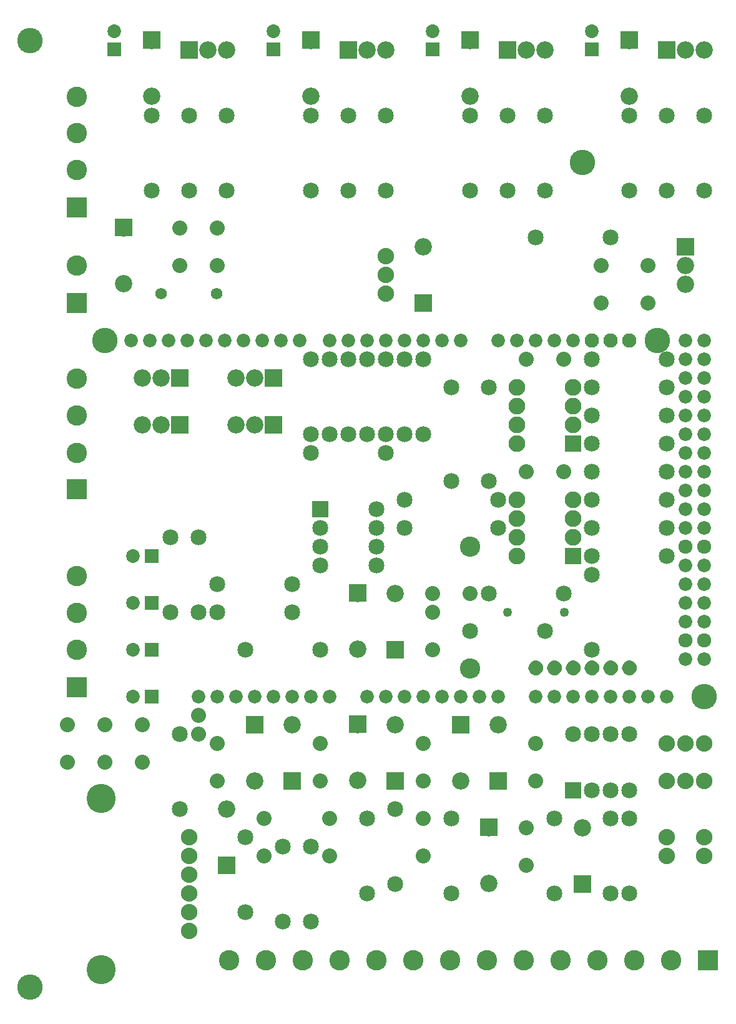
<source format=gbs>
G04 MADE WITH FRITZING*
G04 WWW.FRITZING.ORG*
G04 DOUBLE SIDED*
G04 HOLES PLATED*
G04 CONTOUR ON CENTER OF CONTOUR VECTOR*
%ASAXBY*%
%FSLAX23Y23*%
%MOIN*%
%OFA0B0*%
%SFA1.0B1.0*%
%ADD10C,0.135984*%
%ADD11C,0.092000*%
%ADD12C,0.080000*%
%ADD13C,0.085000*%
%ADD14C,0.072500*%
%ADD15C,0.075555*%
%ADD16C,0.076694*%
%ADD17C,0.155669*%
%ADD18C,0.088000*%
%ADD19C,0.061496*%
%ADD20C,0.089370*%
%ADD21C,0.072992*%
%ADD22C,0.109055*%
%ADD23C,0.108425*%
%ADD24C,0.049370*%
%ADD25R,0.092000X0.092000*%
%ADD26R,0.085000X0.085000*%
%ADD27R,0.089370X0.089370*%
%ADD28R,0.072992X0.072992*%
%ADD29R,0.109055X0.109055*%
%ADD30R,0.001000X0.001000*%
%LNMASK0*%
G90*
G70*
G54D10*
X3792Y1741D03*
X3542Y3641D03*
X592Y3641D03*
G54D11*
X992Y3441D03*
X892Y3441D03*
X792Y3441D03*
X1492Y3441D03*
X1392Y3441D03*
X1292Y3441D03*
X1492Y3191D03*
X1392Y3191D03*
X1292Y3191D03*
X992Y3191D03*
X892Y3191D03*
X792Y3191D03*
G54D12*
X1092Y1641D03*
X1092Y1541D03*
G54D13*
X1342Y591D03*
X1342Y991D03*
G54D14*
X2992Y1741D03*
X1392Y1741D03*
X3092Y1741D03*
X3192Y1741D03*
X3292Y1741D03*
X3392Y1741D03*
X3692Y3141D03*
X3492Y1741D03*
X3592Y1741D03*
X1432Y3641D03*
X1992Y1741D03*
X2092Y1741D03*
X2192Y1741D03*
X2292Y1741D03*
X3692Y2341D03*
X2392Y1741D03*
X2492Y1741D03*
X2592Y1741D03*
X2692Y1741D03*
X2192Y3641D03*
X3692Y3541D03*
X3692Y2741D03*
X3692Y1941D03*
X1032Y3641D03*
X1792Y1741D03*
X1792Y3641D03*
X3692Y3341D03*
X3692Y2941D03*
G54D15*
X3692Y2541D03*
G54D16*
X3392Y3641D03*
G54D14*
X3692Y2141D03*
G54D16*
X3292Y3641D03*
X3192Y3641D03*
G54D14*
X3092Y3641D03*
X2992Y3641D03*
X2892Y3641D03*
X2792Y3641D03*
X2692Y3641D03*
X832Y3641D03*
X1232Y3641D03*
X1632Y3641D03*
X1192Y1741D03*
X1592Y1741D03*
X2392Y3641D03*
X1992Y3641D03*
X3692Y3641D03*
X3692Y3441D03*
X3692Y3241D03*
X3692Y3041D03*
X3692Y2841D03*
X3692Y2641D03*
X3692Y2441D03*
X3692Y2241D03*
G54D15*
X3692Y2041D03*
G54D14*
X732Y3641D03*
X932Y3641D03*
X1132Y3641D03*
X1332Y3641D03*
X1532Y3641D03*
X1092Y1741D03*
X1292Y1741D03*
X1492Y1741D03*
X1692Y1741D03*
X2492Y3641D03*
X2292Y3641D03*
X2092Y3641D03*
X1892Y3641D03*
X3792Y3641D03*
X3792Y3541D03*
X3792Y3441D03*
X3792Y3341D03*
X3792Y3241D03*
X3792Y3141D03*
X3792Y3041D03*
X3792Y2941D03*
X3792Y2841D03*
X3792Y2741D03*
X3792Y2641D03*
G54D15*
X3792Y2541D03*
G54D14*
X3792Y2441D03*
X3792Y2341D03*
X3792Y2241D03*
X3792Y2141D03*
G54D15*
X3792Y2041D03*
G54D14*
X3792Y1941D03*
X2892Y1741D03*
G54D11*
X2292Y3841D03*
X2292Y4139D03*
G54D13*
X992Y1141D03*
X992Y1541D03*
G54D17*
X572Y284D03*
X570Y1195D03*
G54D10*
X192Y191D03*
X192Y5241D03*
X3142Y4591D03*
G54D18*
X1042Y991D03*
X1042Y891D03*
X1042Y791D03*
X1042Y691D03*
X1042Y591D03*
X1042Y491D03*
G54D13*
X3092Y1241D03*
X3092Y1541D03*
X3192Y1241D03*
X3192Y1541D03*
X3292Y1241D03*
X3292Y1541D03*
X3392Y1241D03*
X3392Y1541D03*
G54D18*
X3592Y1291D03*
X3692Y1291D03*
X3792Y1291D03*
X3792Y1491D03*
X3692Y1491D03*
X3592Y1491D03*
X2092Y3891D03*
X2092Y3991D03*
X2092Y4091D03*
G54D13*
X3292Y1091D03*
X3292Y691D03*
X3392Y1091D03*
X3392Y691D03*
G54D18*
X3592Y991D03*
X3592Y891D03*
X3792Y991D03*
X3792Y891D03*
G54D13*
X3592Y2491D03*
X3192Y2491D03*
X2292Y3541D03*
X2292Y3141D03*
X1792Y3541D03*
X1792Y3141D03*
X3592Y3091D03*
X3192Y3091D03*
X3592Y2941D03*
X3192Y2941D03*
X2092Y3541D03*
X2092Y3141D03*
X2092Y3041D03*
X1692Y3041D03*
X3592Y3541D03*
X3192Y3541D03*
G54D11*
X3692Y4141D03*
X3692Y4041D03*
X3692Y3941D03*
G54D12*
X1192Y4041D03*
X1192Y4241D03*
X3492Y4041D03*
X3492Y3841D03*
X992Y4041D03*
X992Y4241D03*
X3242Y4041D03*
X3242Y3841D03*
G54D11*
X692Y4241D03*
X692Y3943D03*
G54D19*
X892Y3891D03*
X1187Y3891D03*
G54D20*
X3092Y2491D03*
X2792Y2491D03*
X3092Y2591D03*
X2792Y2591D03*
X3092Y2691D03*
X2792Y2691D03*
X3092Y2791D03*
X2792Y2791D03*
X3092Y3091D03*
X2792Y3091D03*
X3092Y3191D03*
X2792Y3191D03*
X3092Y3291D03*
X2792Y3291D03*
X3092Y3391D03*
X2792Y3391D03*
G54D13*
X3592Y2641D03*
X3192Y2641D03*
X2192Y3541D03*
X2192Y3141D03*
X1892Y3541D03*
X1892Y3141D03*
X3592Y3241D03*
X3192Y3241D03*
X3592Y2791D03*
X3192Y2791D03*
X1992Y3541D03*
X1992Y3141D03*
X1692Y3541D03*
X1692Y3141D03*
X3592Y3391D03*
X3192Y3391D03*
G54D12*
X3042Y2941D03*
X2842Y2941D03*
X3042Y3541D03*
X2842Y3541D03*
G54D13*
X2192Y2641D03*
X2692Y2641D03*
X2642Y2891D03*
X2642Y3391D03*
X2692Y2791D03*
X2192Y2791D03*
X2442Y3391D03*
X2442Y2891D03*
X1192Y2191D03*
X1592Y2191D03*
X1092Y2191D03*
X1092Y2591D03*
X1342Y1991D03*
X1742Y1991D03*
X942Y2191D03*
X942Y2591D03*
G54D21*
X841Y1991D03*
X742Y1991D03*
X841Y2491D03*
X742Y2491D03*
X841Y1741D03*
X742Y1741D03*
X841Y2241D03*
X742Y2241D03*
G54D13*
X2642Y2291D03*
X3042Y2291D03*
X2142Y1141D03*
X2142Y741D03*
X1692Y941D03*
X1692Y541D03*
G54D12*
X1742Y1291D03*
X1742Y1491D03*
X1792Y1091D03*
X1792Y891D03*
X1192Y1291D03*
X1192Y1491D03*
X1442Y1091D03*
X1442Y891D03*
G54D13*
X1992Y691D03*
X1992Y1091D03*
X1542Y541D03*
X1542Y941D03*
G54D11*
X2142Y1291D03*
X2142Y1589D03*
X1392Y1589D03*
X1392Y1291D03*
X1592Y1291D03*
X1592Y1589D03*
X1242Y841D03*
X1242Y1139D03*
X2142Y1991D03*
X2142Y2289D03*
X1942Y1591D03*
X1942Y1293D03*
G54D22*
X442Y2845D03*
X442Y3041D03*
X442Y3238D03*
X442Y3435D03*
X3812Y332D03*
X3615Y332D03*
X3418Y332D03*
X3221Y332D03*
X3024Y332D03*
X2827Y332D03*
X2631Y332D03*
X2434Y332D03*
X2237Y332D03*
X2040Y332D03*
X1843Y332D03*
X1646Y332D03*
X1449Y332D03*
X1253Y332D03*
G54D12*
X2892Y1291D03*
X2892Y1491D03*
X792Y1591D03*
X792Y1391D03*
X2292Y1291D03*
X2292Y1491D03*
X392Y1591D03*
X392Y1391D03*
X592Y1591D03*
X592Y1391D03*
X2842Y1041D03*
X2842Y841D03*
X2292Y1091D03*
X2292Y891D03*
G54D13*
X2992Y691D03*
X2992Y1091D03*
X2442Y691D03*
X2442Y1091D03*
G54D11*
X3142Y741D03*
X3142Y1039D03*
X2692Y1291D03*
X2692Y1589D03*
X2642Y1041D03*
X2642Y743D03*
X2492Y1589D03*
X2492Y1291D03*
G54D13*
X3292Y4191D03*
X2892Y4191D03*
G54D12*
X2342Y2291D03*
X2542Y2291D03*
X2342Y2191D03*
X2342Y1991D03*
G54D13*
X2542Y2091D03*
X2942Y2091D03*
G54D11*
X1942Y2291D03*
X1942Y1993D03*
G54D13*
X842Y4441D03*
X842Y4841D03*
X2542Y4441D03*
X2542Y4841D03*
X1692Y4441D03*
X1692Y4841D03*
X3392Y4441D03*
X3392Y4841D03*
G54D21*
X642Y5193D03*
X642Y5291D03*
X2342Y5193D03*
X2342Y5291D03*
X1492Y5193D03*
X1492Y5291D03*
X3192Y5193D03*
X3192Y5291D03*
G54D11*
X842Y5241D03*
X842Y4943D03*
X2542Y5241D03*
X2542Y4943D03*
X1692Y5241D03*
X1692Y4943D03*
X3392Y5241D03*
X3392Y4943D03*
X1042Y5191D03*
X1142Y5191D03*
X1242Y5191D03*
X2742Y5191D03*
X2842Y5191D03*
X2942Y5191D03*
X1892Y5191D03*
X1992Y5191D03*
X2092Y5191D03*
X3592Y5191D03*
X3692Y5191D03*
X3792Y5191D03*
G54D13*
X1042Y4441D03*
X1042Y4841D03*
X2742Y4441D03*
X2742Y4841D03*
X1892Y4441D03*
X1892Y4841D03*
X3592Y4441D03*
X3592Y4841D03*
X1242Y4441D03*
X1242Y4841D03*
X2942Y4441D03*
X2942Y4841D03*
X2092Y4441D03*
X2092Y4841D03*
X3792Y4441D03*
X3792Y4841D03*
G54D22*
X442Y3841D03*
X442Y4038D03*
X442Y1791D03*
X442Y1988D03*
X442Y2185D03*
X442Y2382D03*
X442Y4351D03*
X442Y4548D03*
X442Y4745D03*
X442Y4941D03*
G54D23*
X2542Y2541D03*
X2542Y1891D03*
G54D13*
X1742Y2741D03*
X2042Y2741D03*
X1742Y2641D03*
X2042Y2641D03*
X1742Y2541D03*
X2042Y2541D03*
X1742Y2441D03*
X2042Y2441D03*
G54D24*
X3044Y2190D03*
X2742Y2191D03*
G54D13*
X3192Y1991D03*
X3192Y2391D03*
X1592Y2341D03*
X1192Y2341D03*
G54D25*
X992Y3441D03*
X1492Y3441D03*
X1492Y3191D03*
X992Y3191D03*
X2292Y3840D03*
G54D26*
X3092Y1241D03*
G54D25*
X3692Y4141D03*
X692Y4242D03*
G54D27*
X3092Y2491D03*
X3092Y3091D03*
G54D28*
X841Y1991D03*
X841Y2491D03*
X841Y1741D03*
X841Y2241D03*
G54D25*
X2142Y1290D03*
X1392Y1590D03*
X1592Y1290D03*
X1242Y840D03*
X2142Y1990D03*
X1942Y1592D03*
G54D29*
X442Y2845D03*
X3812Y332D03*
G54D25*
X3142Y740D03*
X2692Y1290D03*
X2642Y1042D03*
X2492Y1590D03*
X1942Y2292D03*
G54D28*
X642Y5193D03*
X2342Y5193D03*
X1492Y5193D03*
X3192Y5193D03*
G54D25*
X842Y5242D03*
X2542Y5242D03*
X1692Y5242D03*
X3392Y5242D03*
X1042Y5191D03*
X2742Y5191D03*
X1892Y5191D03*
X3592Y5191D03*
G54D29*
X442Y3841D03*
X442Y1791D03*
X442Y4351D03*
G54D26*
X1742Y2741D03*
G54D30*
X2886Y1932D02*
X2897Y1932D01*
X2986Y1932D02*
X2997Y1932D01*
X3086Y1932D02*
X3097Y1932D01*
X3186Y1932D02*
X3197Y1932D01*
X3286Y1932D02*
X3297Y1932D01*
X3386Y1932D02*
X3397Y1932D01*
X2882Y1931D02*
X2901Y1931D01*
X2982Y1931D02*
X3001Y1931D01*
X3082Y1931D02*
X3101Y1931D01*
X3182Y1931D02*
X3201Y1931D01*
X3282Y1931D02*
X3301Y1931D01*
X3382Y1931D02*
X3401Y1931D01*
X2879Y1930D02*
X2904Y1930D01*
X2979Y1930D02*
X3004Y1930D01*
X3079Y1930D02*
X3104Y1930D01*
X3179Y1930D02*
X3204Y1930D01*
X3279Y1930D02*
X3304Y1930D01*
X3379Y1930D02*
X3404Y1930D01*
X2877Y1929D02*
X2906Y1929D01*
X2977Y1929D02*
X3006Y1929D01*
X3077Y1929D02*
X3106Y1929D01*
X3177Y1929D02*
X3206Y1929D01*
X3277Y1929D02*
X3306Y1929D01*
X3377Y1929D02*
X3406Y1929D01*
X2875Y1928D02*
X2908Y1928D01*
X2975Y1928D02*
X3008Y1928D01*
X3075Y1928D02*
X3108Y1928D01*
X3175Y1928D02*
X3208Y1928D01*
X3275Y1928D02*
X3308Y1928D01*
X3375Y1928D02*
X3408Y1928D01*
X2873Y1927D02*
X2910Y1927D01*
X2973Y1927D02*
X3010Y1927D01*
X3073Y1927D02*
X3110Y1927D01*
X3173Y1927D02*
X3210Y1927D01*
X3273Y1927D02*
X3310Y1927D01*
X3373Y1927D02*
X3410Y1927D01*
X2872Y1926D02*
X2912Y1926D01*
X2972Y1926D02*
X3012Y1926D01*
X3072Y1926D02*
X3112Y1926D01*
X3172Y1926D02*
X3212Y1926D01*
X3272Y1926D02*
X3312Y1926D01*
X3372Y1926D02*
X3412Y1926D01*
X2870Y1925D02*
X2913Y1925D01*
X2970Y1925D02*
X3013Y1925D01*
X3070Y1925D02*
X3113Y1925D01*
X3170Y1925D02*
X3213Y1925D01*
X3270Y1925D02*
X3313Y1925D01*
X3370Y1925D02*
X3413Y1925D01*
X2869Y1924D02*
X2914Y1924D01*
X2969Y1924D02*
X3014Y1924D01*
X3069Y1924D02*
X3114Y1924D01*
X3169Y1924D02*
X3214Y1924D01*
X3269Y1924D02*
X3314Y1924D01*
X3369Y1924D02*
X3414Y1924D01*
X2868Y1923D02*
X2916Y1923D01*
X2968Y1923D02*
X3016Y1923D01*
X3068Y1923D02*
X3116Y1923D01*
X3168Y1923D02*
X3216Y1923D01*
X3268Y1923D02*
X3316Y1923D01*
X3368Y1923D02*
X3416Y1923D01*
X2867Y1922D02*
X2917Y1922D01*
X2967Y1922D02*
X3017Y1922D01*
X3067Y1922D02*
X3117Y1922D01*
X3167Y1922D02*
X3217Y1922D01*
X3267Y1922D02*
X3317Y1922D01*
X3367Y1922D02*
X3417Y1922D01*
X2865Y1921D02*
X2918Y1921D01*
X2965Y1921D02*
X3018Y1921D01*
X3065Y1921D02*
X3118Y1921D01*
X3165Y1921D02*
X3218Y1921D01*
X3265Y1921D02*
X3318Y1921D01*
X3365Y1921D02*
X3418Y1921D01*
X2864Y1920D02*
X2919Y1920D01*
X2964Y1920D02*
X3019Y1920D01*
X3064Y1920D02*
X3119Y1920D01*
X3164Y1920D02*
X3219Y1920D01*
X3264Y1920D02*
X3319Y1920D01*
X3364Y1920D02*
X3419Y1920D01*
X2863Y1919D02*
X2920Y1919D01*
X2963Y1919D02*
X3020Y1919D01*
X3063Y1919D02*
X3120Y1919D01*
X3163Y1919D02*
X3220Y1919D01*
X3263Y1919D02*
X3320Y1919D01*
X3363Y1919D02*
X3420Y1919D01*
X2863Y1918D02*
X2921Y1918D01*
X2963Y1918D02*
X3021Y1918D01*
X3063Y1918D02*
X3121Y1918D01*
X3163Y1918D02*
X3221Y1918D01*
X3263Y1918D02*
X3321Y1918D01*
X3363Y1918D02*
X3421Y1918D01*
X2862Y1917D02*
X2922Y1917D01*
X2962Y1917D02*
X3022Y1917D01*
X3062Y1917D02*
X3122Y1917D01*
X3162Y1917D02*
X3222Y1917D01*
X3262Y1917D02*
X3322Y1917D01*
X3362Y1917D02*
X3422Y1917D01*
X2861Y1916D02*
X2922Y1916D01*
X2961Y1916D02*
X3022Y1916D01*
X3061Y1916D02*
X3122Y1916D01*
X3161Y1916D02*
X3222Y1916D01*
X3261Y1916D02*
X3322Y1916D01*
X3361Y1916D02*
X3422Y1916D01*
X2860Y1915D02*
X2923Y1915D01*
X2960Y1915D02*
X3023Y1915D01*
X3060Y1915D02*
X3123Y1915D01*
X3160Y1915D02*
X3223Y1915D01*
X3260Y1915D02*
X3323Y1915D01*
X3360Y1915D02*
X3423Y1915D01*
X2859Y1914D02*
X2924Y1914D01*
X2959Y1914D02*
X3024Y1914D01*
X3059Y1914D02*
X3124Y1914D01*
X3159Y1914D02*
X3224Y1914D01*
X3259Y1914D02*
X3324Y1914D01*
X3359Y1914D02*
X3424Y1914D01*
X2859Y1913D02*
X2924Y1913D01*
X2959Y1913D02*
X3024Y1913D01*
X3059Y1913D02*
X3124Y1913D01*
X3159Y1913D02*
X3224Y1913D01*
X3259Y1913D02*
X3324Y1913D01*
X3359Y1913D02*
X3424Y1913D01*
X2858Y1912D02*
X2925Y1912D01*
X2958Y1912D02*
X3025Y1912D01*
X3058Y1912D02*
X3125Y1912D01*
X3158Y1912D02*
X3225Y1912D01*
X3258Y1912D02*
X3325Y1912D01*
X3358Y1912D02*
X3425Y1912D01*
X2857Y1911D02*
X2926Y1911D01*
X2957Y1911D02*
X3026Y1911D01*
X3057Y1911D02*
X3126Y1911D01*
X3157Y1911D02*
X3226Y1911D01*
X3257Y1911D02*
X3326Y1911D01*
X3357Y1911D02*
X3426Y1911D01*
X2857Y1910D02*
X2926Y1910D01*
X2957Y1910D02*
X3026Y1910D01*
X3057Y1910D02*
X3126Y1910D01*
X3157Y1910D02*
X3226Y1910D01*
X3257Y1910D02*
X3326Y1910D01*
X3357Y1910D02*
X3426Y1910D01*
X2856Y1909D02*
X2927Y1909D01*
X2956Y1909D02*
X3027Y1909D01*
X3056Y1909D02*
X3127Y1909D01*
X3156Y1909D02*
X3227Y1909D01*
X3256Y1909D02*
X3327Y1909D01*
X3356Y1909D02*
X3427Y1909D01*
X2856Y1908D02*
X2927Y1908D01*
X2956Y1908D02*
X3027Y1908D01*
X3056Y1908D02*
X3127Y1908D01*
X3156Y1908D02*
X3227Y1908D01*
X3256Y1908D02*
X3327Y1908D01*
X3356Y1908D02*
X3427Y1908D01*
X2855Y1907D02*
X2928Y1907D01*
X2955Y1907D02*
X3028Y1907D01*
X3055Y1907D02*
X3128Y1907D01*
X3155Y1907D02*
X3228Y1907D01*
X3255Y1907D02*
X3328Y1907D01*
X3355Y1907D02*
X3428Y1907D01*
X2855Y1906D02*
X2928Y1906D01*
X2955Y1906D02*
X3028Y1906D01*
X3055Y1906D02*
X3128Y1906D01*
X3155Y1906D02*
X3228Y1906D01*
X3255Y1906D02*
X3328Y1906D01*
X3355Y1906D02*
X3428Y1906D01*
X2855Y1905D02*
X2929Y1905D01*
X2955Y1905D02*
X3029Y1905D01*
X3055Y1905D02*
X3129Y1905D01*
X3155Y1905D02*
X3229Y1905D01*
X3255Y1905D02*
X3329Y1905D01*
X3355Y1905D02*
X3429Y1905D01*
X2854Y1904D02*
X2929Y1904D01*
X2954Y1904D02*
X3029Y1904D01*
X3054Y1904D02*
X3129Y1904D01*
X3154Y1904D02*
X3229Y1904D01*
X3254Y1904D02*
X3329Y1904D01*
X3354Y1904D02*
X3429Y1904D01*
X2854Y1903D02*
X2929Y1903D01*
X2954Y1903D02*
X3029Y1903D01*
X3054Y1903D02*
X3129Y1903D01*
X3154Y1903D02*
X3229Y1903D01*
X3254Y1903D02*
X3329Y1903D01*
X3354Y1903D02*
X3429Y1903D01*
X2854Y1902D02*
X2930Y1902D01*
X2954Y1902D02*
X3030Y1902D01*
X3054Y1902D02*
X3130Y1902D01*
X3154Y1902D02*
X3230Y1902D01*
X3254Y1902D02*
X3330Y1902D01*
X3354Y1902D02*
X3430Y1902D01*
X2853Y1901D02*
X2930Y1901D01*
X2953Y1901D02*
X3030Y1901D01*
X3053Y1901D02*
X3130Y1901D01*
X3153Y1901D02*
X3230Y1901D01*
X3253Y1901D02*
X3330Y1901D01*
X3353Y1901D02*
X3430Y1901D01*
X2853Y1900D02*
X2930Y1900D01*
X2953Y1900D02*
X3030Y1900D01*
X3053Y1900D02*
X3130Y1900D01*
X3153Y1900D02*
X3230Y1900D01*
X3253Y1900D02*
X3330Y1900D01*
X3353Y1900D02*
X3430Y1900D01*
X2853Y1899D02*
X2930Y1899D01*
X2953Y1899D02*
X3030Y1899D01*
X3053Y1899D02*
X3130Y1899D01*
X3153Y1899D02*
X3230Y1899D01*
X3253Y1899D02*
X3330Y1899D01*
X3353Y1899D02*
X3430Y1899D01*
X2853Y1898D02*
X2931Y1898D01*
X2953Y1898D02*
X3031Y1898D01*
X3053Y1898D02*
X3131Y1898D01*
X3153Y1898D02*
X3231Y1898D01*
X3253Y1898D02*
X3331Y1898D01*
X3353Y1898D02*
X3431Y1898D01*
X2852Y1897D02*
X2931Y1897D01*
X2952Y1897D02*
X3031Y1897D01*
X3052Y1897D02*
X3131Y1897D01*
X3152Y1897D02*
X3231Y1897D01*
X3252Y1897D02*
X3331Y1897D01*
X3352Y1897D02*
X3431Y1897D01*
X2852Y1896D02*
X2931Y1896D01*
X2952Y1896D02*
X3031Y1896D01*
X3052Y1896D02*
X3131Y1896D01*
X3152Y1896D02*
X3231Y1896D01*
X3252Y1896D02*
X3331Y1896D01*
X3352Y1896D02*
X3431Y1896D01*
X2852Y1895D02*
X2931Y1895D01*
X2952Y1895D02*
X3031Y1895D01*
X3052Y1895D02*
X3131Y1895D01*
X3152Y1895D02*
X3231Y1895D01*
X3252Y1895D02*
X3331Y1895D01*
X3352Y1895D02*
X3431Y1895D01*
X2852Y1894D02*
X2931Y1894D01*
X2952Y1894D02*
X3031Y1894D01*
X3052Y1894D02*
X3131Y1894D01*
X3152Y1894D02*
X3231Y1894D01*
X3252Y1894D02*
X3331Y1894D01*
X3352Y1894D02*
X3431Y1894D01*
X2852Y1893D02*
X2931Y1893D01*
X2952Y1893D02*
X3031Y1893D01*
X3052Y1893D02*
X3131Y1893D01*
X3152Y1893D02*
X3231Y1893D01*
X3252Y1893D02*
X3331Y1893D01*
X3352Y1893D02*
X3431Y1893D01*
X2852Y1892D02*
X2931Y1892D01*
X2952Y1892D02*
X3031Y1892D01*
X3052Y1892D02*
X3131Y1892D01*
X3152Y1892D02*
X3231Y1892D01*
X3252Y1892D02*
X3331Y1892D01*
X3352Y1892D02*
X3431Y1892D01*
X2852Y1891D02*
X2931Y1891D01*
X2952Y1891D02*
X3031Y1891D01*
X3052Y1891D02*
X3131Y1891D01*
X3152Y1891D02*
X3231Y1891D01*
X3252Y1891D02*
X3331Y1891D01*
X3352Y1891D02*
X3431Y1891D01*
X2852Y1890D02*
X2931Y1890D01*
X2952Y1890D02*
X3031Y1890D01*
X3052Y1890D02*
X3131Y1890D01*
X3152Y1890D02*
X3231Y1890D01*
X3252Y1890D02*
X3331Y1890D01*
X3352Y1890D02*
X3431Y1890D01*
X2852Y1889D02*
X2931Y1889D01*
X2952Y1889D02*
X3031Y1889D01*
X3052Y1889D02*
X3131Y1889D01*
X3152Y1889D02*
X3231Y1889D01*
X3252Y1889D02*
X3331Y1889D01*
X3352Y1889D02*
X3431Y1889D01*
X2852Y1888D02*
X2931Y1888D01*
X2952Y1888D02*
X3031Y1888D01*
X3052Y1888D02*
X3131Y1888D01*
X3152Y1888D02*
X3231Y1888D01*
X3252Y1888D02*
X3331Y1888D01*
X3352Y1888D02*
X3431Y1888D01*
X2853Y1887D02*
X2931Y1887D01*
X2953Y1887D02*
X3031Y1887D01*
X3053Y1887D02*
X3131Y1887D01*
X3153Y1887D02*
X3231Y1887D01*
X3253Y1887D02*
X3331Y1887D01*
X3353Y1887D02*
X3431Y1887D01*
X2853Y1886D02*
X2930Y1886D01*
X2953Y1886D02*
X3030Y1886D01*
X3053Y1886D02*
X3130Y1886D01*
X3153Y1886D02*
X3230Y1886D01*
X3253Y1886D02*
X3330Y1886D01*
X3353Y1886D02*
X3430Y1886D01*
X2853Y1885D02*
X2930Y1885D01*
X2953Y1885D02*
X3030Y1885D01*
X3053Y1885D02*
X3130Y1885D01*
X3153Y1885D02*
X3230Y1885D01*
X3253Y1885D02*
X3330Y1885D01*
X3353Y1885D02*
X3430Y1885D01*
X2853Y1884D02*
X2930Y1884D01*
X2953Y1884D02*
X3030Y1884D01*
X3053Y1884D02*
X3130Y1884D01*
X3153Y1884D02*
X3230Y1884D01*
X3253Y1884D02*
X3330Y1884D01*
X3353Y1884D02*
X3430Y1884D01*
X2854Y1883D02*
X2930Y1883D01*
X2954Y1883D02*
X3030Y1883D01*
X3054Y1883D02*
X3130Y1883D01*
X3154Y1883D02*
X3230Y1883D01*
X3254Y1883D02*
X3330Y1883D01*
X3354Y1883D02*
X3430Y1883D01*
X2854Y1882D02*
X2929Y1882D01*
X2954Y1882D02*
X3029Y1882D01*
X3054Y1882D02*
X3129Y1882D01*
X3154Y1882D02*
X3229Y1882D01*
X3254Y1882D02*
X3329Y1882D01*
X3354Y1882D02*
X3429Y1882D01*
X2854Y1881D02*
X2929Y1881D01*
X2954Y1881D02*
X3029Y1881D01*
X3054Y1881D02*
X3129Y1881D01*
X3154Y1881D02*
X3229Y1881D01*
X3254Y1881D02*
X3329Y1881D01*
X3354Y1881D02*
X3429Y1881D01*
X2855Y1880D02*
X2928Y1880D01*
X2955Y1880D02*
X3028Y1880D01*
X3055Y1880D02*
X3128Y1880D01*
X3155Y1880D02*
X3228Y1880D01*
X3255Y1880D02*
X3328Y1880D01*
X3355Y1880D02*
X3428Y1880D01*
X2855Y1879D02*
X2928Y1879D01*
X2955Y1879D02*
X3028Y1879D01*
X3055Y1879D02*
X3128Y1879D01*
X3155Y1879D02*
X3228Y1879D01*
X3255Y1879D02*
X3328Y1879D01*
X3355Y1879D02*
X3428Y1879D01*
X2856Y1878D02*
X2928Y1878D01*
X2956Y1878D02*
X3028Y1878D01*
X3056Y1878D02*
X3128Y1878D01*
X3156Y1878D02*
X3228Y1878D01*
X3256Y1878D02*
X3328Y1878D01*
X3356Y1878D02*
X3428Y1878D01*
X2856Y1877D02*
X2927Y1877D01*
X2956Y1877D02*
X3027Y1877D01*
X3056Y1877D02*
X3127Y1877D01*
X3156Y1877D02*
X3227Y1877D01*
X3256Y1877D02*
X3327Y1877D01*
X3356Y1877D02*
X3427Y1877D01*
X2857Y1876D02*
X2927Y1876D01*
X2957Y1876D02*
X3027Y1876D01*
X3057Y1876D02*
X3127Y1876D01*
X3157Y1876D02*
X3227Y1876D01*
X3257Y1876D02*
X3327Y1876D01*
X3357Y1876D02*
X3427Y1876D01*
X2857Y1875D02*
X2926Y1875D01*
X2957Y1875D02*
X3026Y1875D01*
X3057Y1875D02*
X3126Y1875D01*
X3157Y1875D02*
X3226Y1875D01*
X3257Y1875D02*
X3326Y1875D01*
X3357Y1875D02*
X3426Y1875D01*
X2858Y1874D02*
X2925Y1874D01*
X2958Y1874D02*
X3025Y1874D01*
X3058Y1874D02*
X3125Y1874D01*
X3158Y1874D02*
X3225Y1874D01*
X3258Y1874D02*
X3325Y1874D01*
X3358Y1874D02*
X3425Y1874D01*
X2858Y1873D02*
X2925Y1873D01*
X2958Y1873D02*
X3025Y1873D01*
X3058Y1873D02*
X3125Y1873D01*
X3158Y1873D02*
X3225Y1873D01*
X3258Y1873D02*
X3325Y1873D01*
X3358Y1873D02*
X3425Y1873D01*
X2859Y1872D02*
X2924Y1872D01*
X2959Y1872D02*
X3024Y1872D01*
X3059Y1872D02*
X3124Y1872D01*
X3159Y1872D02*
X3224Y1872D01*
X3259Y1872D02*
X3324Y1872D01*
X3359Y1872D02*
X3424Y1872D01*
X2860Y1871D02*
X2924Y1871D01*
X2960Y1871D02*
X3024Y1871D01*
X3060Y1871D02*
X3124Y1871D01*
X3160Y1871D02*
X3224Y1871D01*
X3260Y1871D02*
X3324Y1871D01*
X3360Y1871D02*
X3424Y1871D01*
X2860Y1870D02*
X2923Y1870D01*
X2960Y1870D02*
X3023Y1870D01*
X3060Y1870D02*
X3123Y1870D01*
X3160Y1870D02*
X3223Y1870D01*
X3260Y1870D02*
X3323Y1870D01*
X3360Y1870D02*
X3423Y1870D01*
X2861Y1869D02*
X2922Y1869D01*
X2961Y1869D02*
X3022Y1869D01*
X3061Y1869D02*
X3122Y1869D01*
X3161Y1869D02*
X3222Y1869D01*
X3261Y1869D02*
X3322Y1869D01*
X3361Y1869D02*
X3422Y1869D01*
X2862Y1868D02*
X2921Y1868D01*
X2962Y1868D02*
X3021Y1868D01*
X3062Y1868D02*
X3121Y1868D01*
X3162Y1868D02*
X3221Y1868D01*
X3262Y1868D02*
X3321Y1868D01*
X3362Y1868D02*
X3421Y1868D01*
X2863Y1867D02*
X2920Y1867D01*
X2963Y1867D02*
X3020Y1867D01*
X3063Y1867D02*
X3120Y1867D01*
X3163Y1867D02*
X3220Y1867D01*
X3263Y1867D02*
X3320Y1867D01*
X3363Y1867D02*
X3420Y1867D01*
X2864Y1866D02*
X2919Y1866D01*
X2964Y1866D02*
X3019Y1866D01*
X3064Y1866D02*
X3119Y1866D01*
X3164Y1866D02*
X3219Y1866D01*
X3264Y1866D02*
X3319Y1866D01*
X3364Y1866D02*
X3419Y1866D01*
X2865Y1865D02*
X2918Y1865D01*
X2965Y1865D02*
X3018Y1865D01*
X3065Y1865D02*
X3118Y1865D01*
X3165Y1865D02*
X3218Y1865D01*
X3265Y1865D02*
X3318Y1865D01*
X3365Y1865D02*
X3418Y1865D01*
X2866Y1864D02*
X2917Y1864D01*
X2966Y1864D02*
X3017Y1864D01*
X3066Y1864D02*
X3117Y1864D01*
X3166Y1864D02*
X3217Y1864D01*
X3266Y1864D02*
X3317Y1864D01*
X3366Y1864D02*
X3417Y1864D01*
X2867Y1863D02*
X2916Y1863D01*
X2967Y1863D02*
X3016Y1863D01*
X3067Y1863D02*
X3116Y1863D01*
X3167Y1863D02*
X3216Y1863D01*
X3267Y1863D02*
X3316Y1863D01*
X3367Y1863D02*
X3416Y1863D01*
X2868Y1862D02*
X2915Y1862D01*
X2968Y1862D02*
X3015Y1862D01*
X3068Y1862D02*
X3115Y1862D01*
X3168Y1862D02*
X3215Y1862D01*
X3268Y1862D02*
X3315Y1862D01*
X3368Y1862D02*
X3415Y1862D01*
X2869Y1861D02*
X2914Y1861D01*
X2969Y1861D02*
X3014Y1861D01*
X3069Y1861D02*
X3114Y1861D01*
X3169Y1861D02*
X3214Y1861D01*
X3269Y1861D02*
X3314Y1861D01*
X3369Y1861D02*
X3414Y1861D01*
X2871Y1860D02*
X2912Y1860D01*
X2971Y1860D02*
X3012Y1860D01*
X3071Y1860D02*
X3112Y1860D01*
X3171Y1860D02*
X3212Y1860D01*
X3271Y1860D02*
X3312Y1860D01*
X3371Y1860D02*
X3412Y1860D01*
X2872Y1859D02*
X2911Y1859D01*
X2972Y1859D02*
X3011Y1859D01*
X3072Y1859D02*
X3111Y1859D01*
X3172Y1859D02*
X3211Y1859D01*
X3272Y1859D02*
X3311Y1859D01*
X3372Y1859D02*
X3411Y1859D01*
X2874Y1858D02*
X2909Y1858D01*
X2974Y1858D02*
X3009Y1858D01*
X3074Y1858D02*
X3109Y1858D01*
X3174Y1858D02*
X3209Y1858D01*
X3274Y1858D02*
X3309Y1858D01*
X3374Y1858D02*
X3409Y1858D01*
X2876Y1857D02*
X2907Y1857D01*
X2976Y1857D02*
X3007Y1857D01*
X3076Y1857D02*
X3107Y1857D01*
X3176Y1857D02*
X3207Y1857D01*
X3276Y1857D02*
X3307Y1857D01*
X3376Y1857D02*
X3407Y1857D01*
X2878Y1856D02*
X2905Y1856D01*
X2978Y1856D02*
X3005Y1856D01*
X3078Y1856D02*
X3105Y1856D01*
X3178Y1856D02*
X3205Y1856D01*
X3278Y1856D02*
X3305Y1856D01*
X3378Y1856D02*
X3405Y1856D01*
X2880Y1855D02*
X2903Y1855D01*
X2980Y1855D02*
X3003Y1855D01*
X3080Y1855D02*
X3103Y1855D01*
X3180Y1855D02*
X3203Y1855D01*
X3280Y1855D02*
X3303Y1855D01*
X3380Y1855D02*
X3403Y1855D01*
X2883Y1854D02*
X2900Y1854D01*
X2983Y1854D02*
X3000Y1854D01*
X3083Y1854D02*
X3100Y1854D01*
X3183Y1854D02*
X3200Y1854D01*
X3283Y1854D02*
X3300Y1854D01*
X3383Y1854D02*
X3400Y1854D01*
X2888Y1853D02*
X2895Y1853D01*
X2988Y1853D02*
X2995Y1853D01*
X3088Y1853D02*
X3095Y1853D01*
X3188Y1853D02*
X3195Y1853D01*
X3288Y1853D02*
X3295Y1853D01*
X3388Y1853D02*
X3395Y1853D01*
D02*
G04 End of Mask0*
M02*
</source>
